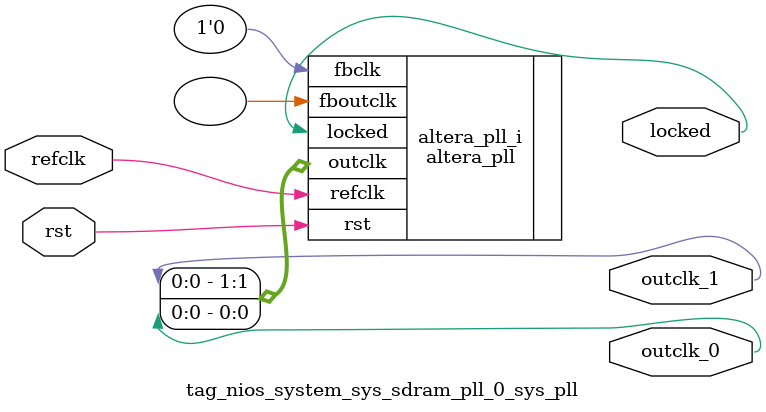
<source format=v>
`timescale 1ns/10ps
module  tag_nios_system_sys_sdram_pll_0_sys_pll(

	// interface 'refclk'
	input wire refclk,

	// interface 'reset'
	input wire rst,

	// interface 'outclk0'
	output wire outclk_0,

	// interface 'outclk1'
	output wire outclk_1,

	// interface 'locked'
	output wire locked
);

	altera_pll #(
		.fractional_vco_multiplier("false"),
		.reference_clock_frequency("50.0 MHz"),
		.operation_mode("direct"),
		.number_of_clocks(2),
		.output_clock_frequency0("50.000000 MHz"),
		.phase_shift0("0 ps"),
		.duty_cycle0(50),
		.output_clock_frequency1("50.000000 MHz"),
		.phase_shift1("-3000 ps"),
		.duty_cycle1(50),
		.output_clock_frequency2("0 MHz"),
		.phase_shift2("0 ps"),
		.duty_cycle2(50),
		.output_clock_frequency3("0 MHz"),
		.phase_shift3("0 ps"),
		.duty_cycle3(50),
		.output_clock_frequency4("0 MHz"),
		.phase_shift4("0 ps"),
		.duty_cycle4(50),
		.output_clock_frequency5("0 MHz"),
		.phase_shift5("0 ps"),
		.duty_cycle5(50),
		.output_clock_frequency6("0 MHz"),
		.phase_shift6("0 ps"),
		.duty_cycle6(50),
		.output_clock_frequency7("0 MHz"),
		.phase_shift7("0 ps"),
		.duty_cycle7(50),
		.output_clock_frequency8("0 MHz"),
		.phase_shift8("0 ps"),
		.duty_cycle8(50),
		.output_clock_frequency9("0 MHz"),
		.phase_shift9("0 ps"),
		.duty_cycle9(50),
		.output_clock_frequency10("0 MHz"),
		.phase_shift10("0 ps"),
		.duty_cycle10(50),
		.output_clock_frequency11("0 MHz"),
		.phase_shift11("0 ps"),
		.duty_cycle11(50),
		.output_clock_frequency12("0 MHz"),
		.phase_shift12("0 ps"),
		.duty_cycle12(50),
		.output_clock_frequency13("0 MHz"),
		.phase_shift13("0 ps"),
		.duty_cycle13(50),
		.output_clock_frequency14("0 MHz"),
		.phase_shift14("0 ps"),
		.duty_cycle14(50),
		.output_clock_frequency15("0 MHz"),
		.phase_shift15("0 ps"),
		.duty_cycle15(50),
		.output_clock_frequency16("0 MHz"),
		.phase_shift16("0 ps"),
		.duty_cycle16(50),
		.output_clock_frequency17("0 MHz"),
		.phase_shift17("0 ps"),
		.duty_cycle17(50),
		.pll_type("General"),
		.pll_subtype("General")
	) altera_pll_i (
		.rst	(rst),
		.outclk	({outclk_1, outclk_0}),
		.locked	(locked),
		.fboutclk	( ),
		.fbclk	(1'b0),
		.refclk	(refclk)
	);
endmodule


</source>
